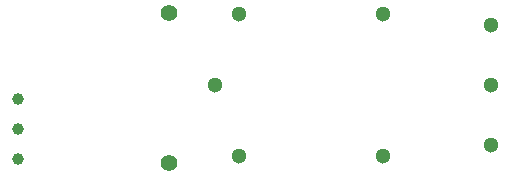
<source format=gbr>
%TF.GenerationSoftware,KiCad,Pcbnew,9.0.5*%
%TF.CreationDate,2025-12-25T11:21:14+05:30*%
%TF.ProjectId,Relay Module ( Single channel),52656c61-7920-44d6-9f64-756c65202820,v1.0*%
%TF.SameCoordinates,Original*%
%TF.FileFunction,Plated,1,2,PTH,Drill*%
%TF.FilePolarity,Positive*%
%FSLAX46Y46*%
G04 Gerber Fmt 4.6, Leading zero omitted, Abs format (unit mm)*
G04 Created by KiCad (PCBNEW 9.0.5) date 2025-12-25 11:21:14*
%MOMM*%
%LPD*%
G01*
G04 APERTURE LIST*
%TA.AperFunction,ComponentDrill*%
%ADD10C,1.000000*%
%TD*%
%TA.AperFunction,ComponentDrill*%
%ADD11C,1.300000*%
%TD*%
%TA.AperFunction,ComponentDrill*%
%ADD12C,1.400000*%
%TD*%
G04 APERTURE END LIST*
D10*
%TO.C,J1*%
X146593000Y-102215000D03*
X146593000Y-104755000D03*
X146593000Y-107295000D03*
D11*
%TO.C,K1*%
X163282000Y-101047500D03*
X165282000Y-95047500D03*
X165282000Y-107047500D03*
X177482000Y-95047500D03*
X177482000Y-107047500D03*
%TO.C,J2*%
X186670500Y-95920000D03*
X186670500Y-101000000D03*
X186670500Y-106080000D03*
D12*
%TO.C,D1*%
X159343000Y-94905000D03*
X159343000Y-107605000D03*
M02*

</source>
